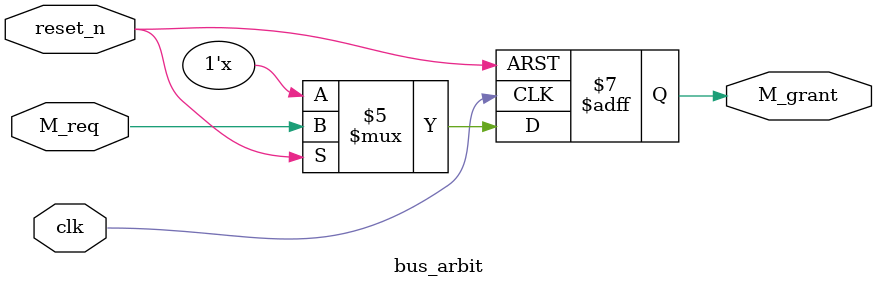
<source format=v>
module bus_arbit(clk, reset_n, M_req, M_grant); //bus Arbiter module
	input clk, reset_n, M_req;
	output reg M_grant;
	
	always@(posedge clk or negedge reset_n)
	begin
		if(reset_n == 0) M_grant = 1'b0;
		else if (reset_n == 1) M_grant <= M_req;
		else M_grant <= 1'bx; //default
	end
endmodule 
</source>
